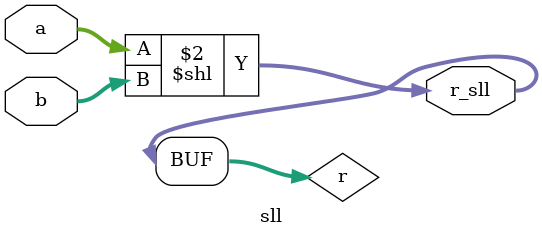
<source format=sv>
module sll #(parameter N=32)
				(input  logic [N-1:0] a, b,
				 output logic [N-1:0] r_sll);

logic [N-1:0] r;

always_comb begin
	r = a << b;
end

assign r_sll = r;
	
endmodule 
</source>
